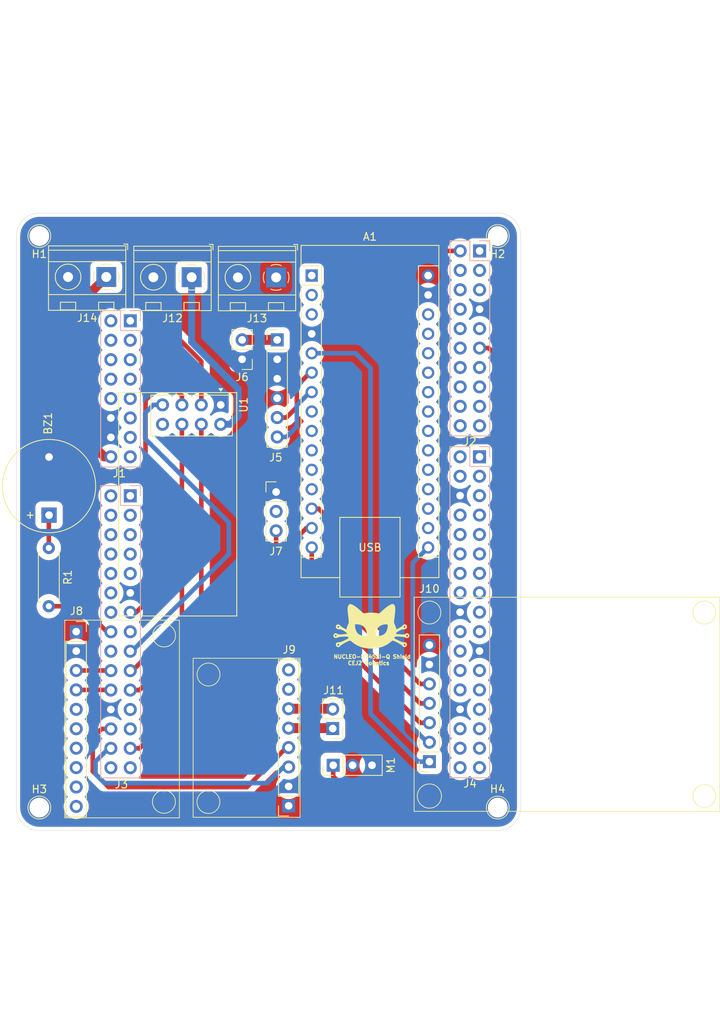
<source format=kicad_pcb>
(kicad_pcb (version 20240108) (generator "pcbnew") (generator_version "8.0")
  (title_block (title "John Deere Tractor Navigation System") (date "2024-12-26") (company "ITESM"))
  (layers (0 "F.Cu" signal) (31 "B.Cu" signal) (34 "B.Paste" user) (35 "F.Paste" user) (36 "B.SilkS" user "B.Silkscreen") (37 "F.SilkS" user "F.Silkscreen") (38 "B.Mask" user) (39 "F.Mask" user) (44 "Edge.Cuts" user))
  (net 0 "")
  (net 1 "NUCLEO_FDCAN_RX")
  (net 2 "ARDUINO_NANO_SPI_CS")
  (net 6 "NUCLEO_FDCAN_TX")
  (net 8 "ARDUINO_NANO_SPI_SCK")
  (net 12 "NUCLEO_NRF_SPI5_SCK")
  (net 13 "NUCLEO_IMU_I2C4_SCL")
  (net 14 "NUCLEO_NRF_SPI5_MOSI")
  (net 15 "ARDUINO_NANO_SPI_MOSI")
  (net 18 "ARDUINO_NANO_ENCODER_B")
  (net 19 "NUCLEO_ESC_TIM14_CH1")
  (net 20 "ARDUINO_NANO_SPI_INT")
  (net 21 "NUCLEO_NRF_SPI5_MISO")
  (net 26 "NUCLEO_IMU_I2C4_SDA")
  (net 34 "ARDUINO_NANO_ENCODER_A")
  (net 35 "ARDUINO_NANO_SPI_MISO")
  (net 36 "Net-(BZ1-+)")
  (net 46 "NUCLEO_BUZZER_TIM1_CH1")
  (net 52 "7.4V")
  (net 57 "GND")
  (net 64 "5V")
  (net 67 "NUCLEO_SERVO_TIM13_CH1")
  (net 68 "3.3V")
  (net 72 "MOTOR_VCC")
  (net 106 "NUCLEO_NRF_CSN")
  (net 107 "NUCLEO_NRF_CE")
  (net 133 "CAN_H")
  (net 134 "CAN_L")
  (footprint "FOOTPRINTS:catlogo" (layer "F.Cu") (at 152.74 107.56)
    (property "Reference" "G***" (hide yes))
    (property "Value" "LOGO" (hide yes))
  )
  (footprint "Connector_PinHeader_2.54mm:PinHeader_1x03_P2.54mm_Vertical" (layer "F.Cu") (at 147.74 125.72 90)
    (property "Reference" "M1" (at 0 7.54 90) (layer "F.SilkS"))
    (property "Value" "SERVO")
    (pad "1" thru_hole rect (at 0 0 90) (size 1.7 1.7) (drill 1) (layers "*.Cu" "*.Mask") (net 67 "NUCLEO_SERVO_TIM13_CH1"))
    (pad "2" thru_hole oval (at 0 2.54 90) (size 1.7 1.7) (drill 1) (layers "*.Cu" "*.Mask") (net 64 "5V"))
    (pad "3" thru_hole oval (at 0 5.08 90) (size 1.7 1.7) (drill 1) (layers "*.Cu" "*.Mask") (net 57 "GND"))
  )
  (footprint "MountingHole:MountingHole_2.1mm" (layer "F.Cu") (at 169.28 131.26)
    (property "Reference" "H4" (at -0.02 -2.43 0) (layer "F.SilkS"))
    (property "Value" "MountingHole")
    (pad "" np_thru_hole circle (at 0 0) (size 2.1 2.1) (drill 2.1) (layers "*.Cu" "*.Mask"))
  )
  (footprint "Connector_PinHeader_2.54mm:PinHeader_1x02_P2.54mm_Vertical" (layer "F.Cu") (at 135.82 72.64 180)
    (property "Reference" "J6" (at 0 -2.33 0) (layer "F.SilkS"))
    (property "Value" "ESC_MOTOR")
    (pad "1" thru_hole rect (at 0 0 180) (size 1.7 1.7) (drill 1) (layers "*.Cu" "*.Mask") (net 57 "GND"))
    (pad "2" thru_hole oval (at 0 2.54 180) (size 1.7 1.7) (drill 1) (layers "*.Cu" "*.Mask") (net 72 "MOTOR_VCC"))
  )
  (footprint "MountingHole:MountingHole_2.1mm" (layer "F.Cu") (at 109.28 56.52)
    (property "Reference" "H1" (at 0 2.36 0) (layer "F.SilkS"))
    (property "Value" "MountingHole")
    (pad "" np_thru_hole circle (at 0 0) (size 2.1 2.1) (drill 2.1) (layers "*.Cu" "*.Mask"))
  )
  (footprint "Connector_PinHeader_2.54mm:PinHeader_1x06_P2.54mm_Vertical" (layer "F.Cu") (at 140.41 70.1)
    (property "Reference" "J5" (at -0.18 15.38 0) (layer "F.SilkS"))
    (property "Value" "DC_MOTOR")
    (pad "1" thru_hole rect (at 0 0) (size 1.7 1.7) (drill 1) (layers "*.Cu" "*.Mask") (net 72 "MOTOR_VCC"))
    (pad "2" thru_hole oval (at 0 2.54) (size 1.7 1.7) (drill 1) (layers "*.Cu" "*.Mask") (net 57 "GND"))
    (pad "3" thru_hole oval (at 0 5.08) (size 1.7 1.7) (drill 1) (layers "*.Cu" "*.Mask") (net 57 "GND"))
    (pad "4" thru_hole oval (at 0 7.62) (size 1.7 1.7) (drill 1) (layers "*.Cu" "*.Mask") (net 64 "5V"))
    (pad "5" thru_hole oval (at 0 10.16) (size 1.7 1.7) (drill 1) (layers "*.Cu" "*.Mask") (net 34 "ARDUINO_NANO_ENCODER_A"))
    (pad "6" thru_hole oval (at 0 12.7) (size 1.7 1.7) (drill 1) (layers "*.Cu" "*.Mask") (net 18 "ARDUINO_NANO_ENCODER_B"))
  )
  (footprint "Connector_PinSocket_2.54mm:PinSocket_1x07_P2.54mm_Vertical" (layer "F.Cu") (at 160.33 125.25 180)
    (property "Reference" "J10" (at 0 22.6 0) (layer "F.SilkS"))
    (property "Value" "MCP2515_SPI")
    (pad "1" thru_hole rect (at 0 0 180) (size 1.7 1.7) (drill 1) (layers "*.Cu" "*.Mask") (net 20 "ARDUINO_NANO_SPI_INT"))
    (pad "2" thru_hole oval (at 0 2.54 180) (size 1.7 1.7) (drill 1) (layers "*.Cu" "*.Mask") (net 8 "ARDUINO_NANO_SPI_SCK"))
    (pad "3" thru_hole oval (at 0 5.08 180) (size 1.7 1.7) (drill 1) (layers "*.Cu" "*.Mask") (net 15 "ARDUINO_NANO_SPI_MOSI"))
    (pad "4" thru_hole oval (at 0 7.62 180) (size 1.7 1.7) (drill 1) (layers "*.Cu" "*.Mask") (net 35 "ARDUINO_NANO_SPI_MISO"))
    (pad "5" thru_hole oval (at 0 10.16 180) (size 1.7 1.7) (drill 1) (layers "*.Cu" "*.Mask") (net 2 "ARDUINO_NANO_SPI_CS"))
    (pad "6" thru_hole oval (at 0 12.7 180) (size 1.7 1.7) (drill 1) (layers "*.Cu" "*.Mask") (net 57 "GND"))
    (pad "7" thru_hole oval (at 0 15.24 180) (size 1.7 1.7) (drill 1) (layers "*.Cu" "*.Mask") (net 64 "5V"))
  )
  (footprint "MountingHole:MountingHole_2.1mm" (layer "F.Cu") (at 169.28 56.52)
    (property "Reference" "H2" (at -0.03 2.36 0) (layer "F.SilkS"))
    (property "Value" "MountingHole")
    (pad "" np_thru_hole circle (at 0 0) (size 2.1 2.1) (drill 2.1) (layers "*.Cu" "*.Mask"))
  )
  (footprint "MountingHole:MountingHole_2.1mm" (layer "F.Cu") (at 109.28 131.26)
    (property "Reference" "H3" (at 0 -2.4 0) (layer "F.SilkS"))
    (property "Value" "MountingHole")
    (pad "" np_thru_hole circle (at 0 0) (size 2.1 2.1) (drill 2.1) (layers "*.Cu" "*.Mask"))
  )
  (footprint "TerminalBlock_MetzConnect:TerminalBlock_MetzConnect_Type094_RT03502HBLU_1x02_P5.00mm_Horizontal" (layer "F.Cu") (at 118.04 61.875 180)
    (property "Reference" "J14" (at 2.5 -5.36 0) (layer "F.SilkS"))
    (property "Value" "7.4V")
    (pad "1" thru_hole rect (at 0 0 180) (size 2.6 2.6) (drill 1.3) (layers "*.Cu" "*.Mask") (net 52 "7.4V"))
    (pad "2" thru_hole circle (at 5 0 180) (size 2.6 2.6) (drill 1.3) (layers "*.Cu" "*.Mask") (net 57 "GND"))
  )
  (footprint "Resistor_THT:R_Axial_DIN0207_L6.3mm_D2.5mm_P7.62mm_Horizontal" (layer "F.Cu") (at 110.52 104.93 90)
    (property "Reference" "R1" (at 3.78 2.48 90) (layer "F.SilkS"))
    (property "Value" "330")
    (pad "1" thru_hole circle (at 0 0 90) (size 1.6 1.6) (drill 0.8) (layers "*.Cu" "*.Mask") (net 46 "NUCLEO_BUZZER_TIM1_CH1"))
    (pad "2" thru_hole oval (at 7.62 0 90) (size 1.6 1.6) (drill 0.8) (layers "*.Cu" "*.Mask") (net 36 "Net-(BZ1-+)"))
  )
  (footprint "TerminalBlock_MetzConnect:TerminalBlock_MetzConnect_Type094_RT03502HBLU_1x02_P5.00mm_Horizontal" (layer "F.Cu") (at 140.27 61.93 180)
    (property "Reference" "J13" (at 2.5 -5.36 0) (layer "F.SilkS"))
    (property "Value" "LM2596_5V")
    (pad "1" thru_hole rect (at 0 0 180) (size 2.6 2.6) (drill 1.3) (layers "*.Cu" "*.Mask") (net 64 "5V"))
    (pad "2" thru_hole circle (at 5 0 180) (size 2.6 2.6) (drill 1.3) (layers "*.Cu" "*.Mask") (net 57 "GND"))
  )
  (footprint "Module:Arduino_Nano" (layer "F.Cu") (at 144.93 61.69)
    (property "Reference" "A1" (at 7.62 -5.08 0) (layer "F.SilkS"))
    (property "Value" "ARDUINO_NANO")
    (fp_text user "USB" (at 7.62 35.56 0) (layer "F.SilkS"))
    (pad "1" thru_hole rect (at 0 0) (size 1.6 1.6) (drill 1) (layers "*.Cu" "*.Mask"))
    (pad "2" thru_hole oval (at 0 2.54) (size 1.6 1.6) (drill 1) (layers "*.Cu" "*.Mask"))
    (pad "3" thru_hole oval (at 0 5.08) (size 1.6 1.6) (drill 1) (layers "*.Cu" "*.Mask"))
    (pad "4" thru_hole oval (at 0 7.62) (size 1.6 1.6) (drill 1) (layers "*.Cu" "*.Mask") (net 57 "GND"))
    (pad "5" thru_hole oval (at 0 10.16) (size 1.6 1.6) (drill 1) (layers "*.Cu" "*.Mask") (net 20 "ARDUINO_NANO_SPI_INT"))
    (pad "6" thru_hole oval (at 0 12.7) (size 1.6 1.6) (drill 1) (layers "*.Cu" "*.Mask") (net 34 "ARDUINO_NANO_ENCODER_A"))
    (pad "7" thru_hole oval (at 0 15.24) (size 1.6 1.6) (drill 1) (layers "*.Cu" "*.Mask") (net 18 "ARDUINO_NANO_ENCODER_B"))
    (pad "8" thru_hole oval (at 0 17.78) (size 1.6 1.6) (drill 1) (layers "*.Cu" "*.Mask"))
    (pad "9" thru_hole oval (at 0 20.32) (size 1.6 1.6) (drill 1) (layers "*.Cu" "*.Mask"))
    (pad "10" thru_hole oval (at 0 22.86) (size 1.6 1.6) (drill 1) (layers "*.Cu" "*.Mask"))
    (pad "11" thru_hole oval (at 0 25.4) (size 1.6 1.6) (drill 1) (layers "*.Cu" "*.Mask"))
    (pad "12" thru_hole oval (at 0 27.94) (size 1.6 1.6) (drill 1) (layers "*.Cu" "*.Mask"))
    (pad "13" thru_hole oval (at 0 30.48) (size 1.6 1.6) (drill 1) (layers "*.Cu" "*.Mask") (net 2 "ARDUINO_NANO_SPI_CS"))
    (pad "14" thru_hole oval (at 0 33.02) (size 1.6 1.6) (drill 1) (layers "*.Cu" "*.Mask") (net 15 "ARDUINO_NANO_SPI_MOSI"))
    (pad "15" thru_hole oval (at 0 35.56) (size 1.6 1.6) (drill 1) (layers "*.Cu" "*.Mask") (net 35 "ARDUINO_NANO_SPI_MISO"))
    (pad "16" thru_hole oval (at 15.24 35.56) (size 1.6 1.6) (drill 1) (layers "*.Cu" "*.Mask") (net 8 "ARDUINO_NANO_SPI_SCK"))
    (pad "17" thru_hole oval (at 15.24 33.02) (size 1.6 1.6) (drill 1) (layers "*.Cu" "*.Mask"))
    (pad "18" thru_hole oval (at 15.24 30.48) (size 1.6 1.6) (drill 1) (layers "*.Cu" "*.Mask"))
    (pad "19" thru_hole oval (at 15.24 27.94) (size 1.6 1.6) (drill 1) (layers "*.Cu" "*.Mask"))
    (pad "20" thru_hole oval (at 15.24 25.4) (size 1.6 1.6) (drill 1) (layers "*.Cu" "*.Mask"))
    (pad "21" thru_hole oval (at 15.24 22.86) (size 1.6 1.6) (drill 1) (layers "*.Cu" "*.Mask"))
    (pad "22" thru_hole oval (at 15.24 20.32) (size 1.6 1.6) (drill 1) (layers "*.Cu" "*.Mask"))
    (pad "23" thru_hole oval (at 15.24 17.78) (size 1.6 1.6) (drill 1) (layers "*.Cu" "*.Mask"))
    (pad "24" thru_hole oval (at 15.24 15.24) (size 1.6 1.6) (drill 1) (layers "*.Cu" "*.Mask"))
    (pad "25" thru_hole oval (at 15.24 12.7) (size 1.6 1.6) (drill 1) (layers "*.Cu" "*.Mask"))
    (pad "26" thru_hole oval (at 15.24 10.16) (size 1.6 1.6) (drill 1) (layers "*.Cu" "*.Mask"))
    (pad "27" thru_hole oval (at 15.24 7.62) (size 1.6 1.6) (drill 1) (layers "*.Cu" "*.Mask"))
    (pad "28" thru_hole oval (at 15.24 5.08) (size 1.6 1.6) (drill 1) (layers "*.Cu" "*.Mask"))
    (pad "29" thru_hole oval (at 15.24 2.54) (size 1.6 1.6) (drill 1) (layers "*.Cu" "*.Mask") (net 57 "GND"))
    (pad "30" thru_hole oval (at 15.24 0) (size 1.6 1.6) (drill 1) (layers "*.Cu" "*.Mask") (net 64 "5V"))
  )
  (footprint "RF_Module:nRF24L01_Breakout" (layer "F.Cu") (at 133.02 78.6 -90)
    (property "Reference" "U1" (at 0 -3 90) (layer "F.SilkS"))
    (property "Value" "NRF24L01")
    (pad "1" thru_hole rect (at 0 0 270) (size 1.7 1.7) (drill 1) (layers "*.Cu" "*.Mask") (net 57 "GND"))
    (pad "2" thru_hole circle (at 2.54 0 270) (size 1.7 1.7) (drill 1) (layers "*.Cu" "*.Mask") (net 68 "3.3V"))
    (pad "3" thru_hole circle (at 0 2.54 270) (size 1.7 1.7) (drill 1) (layers "*.Cu" "*.Mask") (net 107 "NUCLEO_NRF_CE"))
    (pad "4" thru_hole circle (at 2.54 2.54 270) (size 1.7 1.7) (drill 1) (layers "*.Cu" "*.Mask") (net 106 "NUCLEO_NRF_CSN"))
    (pad "5" thru_hole circle (at 0 5.08 270) (size 1.7 1.7) (drill 1) (layers "*.Cu" "*.Mask") (net 12 "NUCLEO_NRF_SPI5_SCK"))
    (pad "6" thru_hole circle (at 2.54 5.08 270) (size 1.7 1.7) (drill 1) (layers "*.Cu" "*.Mask") (net 14 "NUCLEO_NRF_SPI5_MOSI"))
    (pad "7" thru_hole circle (at 0 7.62 270) (size 1.7 1.7) (drill 1) (layers "*.Cu" "*.Mask") (net 21 "NUCLEO_NRF_SPI5_MISO"))
    (pad "8" thru_hole circle (at 2.54 7.62 270) (size 1.7 1.7) (drill 1) (layers "*.Cu" "*.Mask"))
  )
  (footprint "Connector_PinHeader_2.54mm:PinHeader_1x03_P2.54mm_Vertical" (layer "F.Cu") (at 140.27 89.99)
    (property "Reference" "J7" (at -0.01 7.76 0) (layer "F.SilkS"))
    (property "Value" "ESC_PWM")
    (pad "1" thru_hole rect (at 0 0) (size 1.7 1.7) (drill 1) (layers "*.Cu" "*.Mask") (net 57 "GND"))
    (pad "2" thru_hole oval (at 0 2.54) (size 1.7 1.7) (drill 1) (layers "*.Cu" "*.Mask"))
    (pad "3" thru_hole oval (at 0 5.08) (size 1.7 1.7) (drill 1) (layers "*.Cu" "*.Mask") (net 19 "NUCLEO_ESC_TIM14_CH1"))
  )
  (footprint "Connector_PinHeader_2.54mm:PinHeader_1x02_P2.54mm_Vertical" (layer "F.Cu") (at 147.68 120.92 180)
    (property "Reference" "J11" (at -0.11 4.995 0) (layer "F.SilkS"))
    (property "Value" "MCP2515_CAN")
    (pad "1" thru_hole rect (at 0 0 180) (size 1.7 1.7) (drill 1) (layers "*.Cu" "*.Mask") (net 133 "CAN_H"))
    (pad "2" thru_hole oval (at 0 2.54 180) (size 1.7 1.7) (drill 1) (layers "*.Cu" "*.Mask") (net 134 "CAN_L"))
  )
  (footprint "TerminalBlock_MetzConnect:TerminalBlock_MetzConnect_Type094_RT03502HBLU_1x02_P5.00mm_Horizontal" (layer "F.Cu") (at 129.21 61.91 180)
    (property "Reference" "J12" (at 2.5 -5.36 0) (layer "F.SilkS"))
    (property "Value" "LM2596_3.3V")
    (pad "1" thru_hole rect (at 0 0 180) (size 2.6 2.6) (drill 1.3) (layers "*.Cu" "*.Mask") (net 68 "3.3V"))
    (pad "2" thru_hole circle (at 5 0 180) (size 2.6 2.6) (drill 1.3) (layers "*.Cu" "*.Mask") (net 57 "GND"))
  )
  (footprint "Connector_PinSocket_2.54mm:PinSocket_1x08_P2.54mm_Vertical" (layer "F.Cu") (at 141.91 131.03 180)
    (property "Reference" "J9" (at -0.07 20.41 0) (layer "F.SilkS"))
    (property "Value" "TJA1051")
    (pad "1" thru_hole rect (at 0 0 180) (size 1.7 1.7) (drill 1) (layers "*.Cu" "*.Mask") (net 64 "5V"))
    (pad "2" thru_hole oval (at 0 2.54 180) (size 1.7 1.7) (drill 1) (layers "*.Cu" "*.Mask") (net 57 "GND"))
    (pad "3" thru_hole oval (at 0 5.08 180) (size 1.7 1.7) (drill 1) (layers "*.Cu" "*.Mask") (net 6 "NUCLEO_FDCAN_TX"))
    (pad "4" thru_hole oval (at 0 7.62 180) (size 1.7 1.7) (drill 1) (layers "*.Cu" "*.Mask") (net 1 "NUCLEO_FDCAN_RX"))
    (pad "5" thru_hole oval (at 0 10.16 180) (size 1.7 1.7) (drill 1) (layers "*.Cu" "*.Mask") (net 133 "CAN_H"))
    (pad "6" thru_hole oval (at 0 12.7 180) (size 1.7 1.7) (drill 1) (layers "*.Cu" "*.Mask") (net 134 "CAN_L"))
    (pad "7" thru_hole oval (at 0 15.24 180) (size 1.7 1.7) (drill 1) (layers "*.Cu" "*.Mask"))
    (pad "8" thru_hole oval (at 0 17.78 180) (size 1.7 1.7) (drill 1) (layers "*.Cu" "*.Mask"))
  )
  (footprint "Connector_PinSocket_2.54mm:PinSocket_1x10_P2.54mm_Vertical" (layer "F.Cu") (at 114.1075 108.25)
    (property "Reference" "J8" (at 0.0325 -2.69 0) (layer "F.SilkS"))
    (property "Value" "MPU6050")
    (pad "1" thru_hole rect (at 0 0) (size 1.7 1.7) (drill 1) (layers "*.Cu" "*.Mask") (net 64 "5V"))
    (pad "2" thru_hole oval (at 0 2.54) (size 1.7 1.7) (drill 1) (layers "*.Cu" "*.Mask") (net 57 "GND"))
    (pad "3" thru_hole oval (at 0 5.08) (size 1.7 1.7) (drill 1) (layers "*.Cu" "*.Mask") (net 13 "NUCLEO_IMU_I2C4_SCL"))
    (pad "4" thru_hole oval (at 0 7.62) (size 1.7 1.7) (drill 1) (layers "*.Cu" "*.Mask") (net 26 "NUCLEO_IMU_I2C4_SDA"))
    (pad "5" thru_hole oval (at 0 10.16) (size 1.7 1.7) (drill 1) (layers "*.Cu" "*.Mask"))
    (pad "6" thru_hole oval (at 0 12.7) (size 1.7 1.7) (drill 1) (layers "*.Cu" "*.Mask"))
    (pad "7" thru_hole oval (at 0 15.24) (size 1.7 1.7) (drill 1) (layers "*.Cu" "*.Mask"))
    (pad "8" thru_hole oval (at 0 17.78) (size 1.7 1.7) (drill 1) (layers "*.Cu" "*.Mask"))
    (pad "9" thru_hole oval (at 0 20.32) (size 1.7 1.7) (drill 1) (layers "*.Cu" "*.Mask"))
    (pad "10" thru_hole oval (at 0 22.86) (size 1.7 1.7) (drill 1) (layers "*.Cu" "*.Mask"))
  )
  (footprint "Buzzer_Beeper:Buzzer_12x9.5RM7.6" (layer "F.Cu") (at 110.55 93.02 90)
    (property "Reference" "BZ1" (at 11.99 -0.13 90) (layer "F.SilkS"))
    (property "Value" "Buzzer")
    (fp_text user "+" (at -0.01 -2.54 90) (layer "F.SilkS"))
    (pad "1" thru_hole rect (at 0 0 90) (size 2 2) (drill 1) (layers "*.Cu" "*.Mask") (net 36 "Net-(BZ1-+)"))
    (pad "2" thru_hole circle (at 7.6 0 90) (size 2 2) (drill 1) (layers "*.Cu" "*.Mask") (net 57 "GND"))
  )
  (footprint "Connector_PinHeader_2.54mm:PinHeader_2x15_P2.54mm_Vertical" (layer "B.Cu") (at 121.18 90.49 180)
    (property "Reference" "J3" (at 1.16 -37.73 0) (layer "F.SilkS"))
    (property "Value" "CN9")
    (pad "GND" thru_hole oval (at 0 -12.7 180) (size 1.7 1.7) (drill 1) (layers "*.Cu" "*.Mask") (net 57 "GND"))
    (pad "GND" thru_hole oval (at 2.54 -27.94 180) (size 1.7 1.7) (drill 1) (layers "*.Cu" "*.Mask") (net 57 "GND"))
    (pad "PA3" thru_hole oval (at 2.54 0 180) (size 1.7 1.7) (drill 1) (layers "*.Cu" "*.Mask"))
    (pad "PB1" thru_hole oval (at 2.54 -7.62 180) (size 1.7 1.7) (drill 1) (layers "*.Cu" "*.Mask"))
    (pad "PB2" thru_hole oval (at 2.54 -15.24 180) (size 1.7 1.7) (drill 1) (layers "*.Cu" "*.Mask"))
    (pad "PB5" thru_hole oval (at 2.54 -20.32 180) (size 1.7 1.7) (drill 1) (layers "*.Cu" "*.Mask"))
    (pad "PB14" thru_hole oval (at 2.54 -35.56 180) (size 1.7 1.7) (drill 1) (layers "*.Cu" "*.Mask"))
    (pad "PC0" thru_hole oval (at 2.54 -2.54 180) (size 1.7 1.7) (drill 1) (layers "*.Cu" "*.Mask"))
    (pad "PC2" thru_hole oval (at 2.54 -10.16 180) (size 1.7 1.7) (drill 1) (layers "*.Cu" "*.Mask"))
    (pad "PC3" thru_hole oval (at 2.54 -5.08 180) (size 1.7 1.7) (drill 1) (layers "*.Cu" "*.Mask"))
    (pad "PD0" thru_hole oval (at 2.54 -30.48 180) (size 1.7 1.7) (drill 1) (layers "*.Cu" "*.Mask") (net 1 "NUCLEO_FDCAN_RX"))
    (pad "PD1" thru_hole oval (at 2.54 -33.02 180) (size 1.7 1.7) (drill 1) (layers "*.Cu" "*.Mask") (net 6 "NUCLEO_FDCAN_TX"))
    (pad "PD3" thru_hole oval (at 0 -10.16 180) (size 1.7 1.7) (drill 1) (layers "*.Cu" "*.Mask"))
    (pad "PD4" thru_hole oval (at 0 -7.62 180) (size 1.7 1.7) (drill 1) (layers "*.Cu" "*.Mask"))
    (pad "PD5" thru_hole oval (at 0 -5.08 180) (size 1.7 1.7) (drill 1) (layers "*.Cu" "*.Mask"))
    (pad "PD6" thru_hole oval (at 0 -2.54 180) (size 1.7 1.7) (drill 1) (layers "*.Cu" "*.Mask"))
    (pad "PD7" thru_hole rect (at 0 0 180) (size 1.7 1.7) (drill 1) (layers "*.Cu" "*.Mask"))
    (pad "PD10" thru_hole oval (at 0 -35.56 180) (size 1.7 1.7) (drill 1) (layers "*.Cu" "*.Mask"))
    (pad "PE2" thru_hole oval (at 0 -15.24 180) (size 1.7 1.7) (drill 1) (layers "*.Cu" "*.Mask") (net 12 "NUCLEO_NRF_SPI5_SCK"))
    (pad "PE3" thru_hole oval (at 0 -25.4 180) (size 1.7 1.7) (drill 1) (layers "*.Cu" "*.Mask") (net 106 "NUCLEO_NRF_CSN"))
    (pad "PE4" thru_hole oval (at 0 -17.78 180) (size 1.7 1.7) (drill 1) (layers "*.Cu" "*.Mask"))
    (pad "PE5" thru_hole oval (at 0 -20.32 180) (size 1.7 1.7) (drill 1) (layers "*.Cu" "*.Mask") (net 21 "NUCLEO_NRF_SPI5_MISO"))
    (pad "PE6" thru_hole oval (at 0 -22.86 180) (size 1.7 1.7) (drill 1) (layers "*.Cu" "*.Mask") (net 14 "NUCLEO_NRF_SPI5_MOSI"))
    (pad "PE9" thru_hole oval (at 2.54 -17.78 180) (size 1.7 1.7) (drill 1) (layers "*.Cu" "*.Mask") (net 46 "NUCLEO_BUZZER_TIM1_CH1"))
    (pad "PF7" thru_hole oval (at 0 -30.48 180) (size 1.7 1.7) (drill 1) (layers "*.Cu" "*.Mask"))
    (pad "PF8" thru_hole oval (at 0 -27.94 180) (size 1.7 1.7) (drill 1) (layers "*.Cu" "*.Mask"))
    (pad "PF9" thru_hole oval (at 0 -33.02 180) (size 1.7 1.7) (drill 1) (layers "*.Cu" "*.Mask") (net 19 "NUCLEO_ESC_TIM14_CH1"))
    (pad "PF11" thru_hole oval (at 2.54 -12.7 180) (size 1.7 1.7) (drill 1) (layers "*.Cu" "*.Mask"))
    (pad "PF14" thru_hole oval (at 2.54 -22.86 180) (size 1.7 1.7) (drill 1) (layers "*.Cu" "*.Mask") (net 13 "NUCLEO_IMU_I2C4_SCL"))
    (pad "PF15" thru_hole oval (at 2.54 -25.4 180) (size 1.7 1.7) (drill 1) (layers "*.Cu" "*.Mask") (net 26 "NUCLEO_IMU_I2C4_SDA"))
  )
  (footprint "Connector_PinHeader_2.54mm:PinHeader_2x10_P2.54mm_Vertical" (layer "B.Cu") (at 166.9 58.47 180)
    (property "Reference" "J2" (at 1.27 -24.95 0) (layer "F.SilkS"))
    (property "Value" "CN7")
    (pad "GND" thru_hole oval (at 0 -7.62 180) (size 1.7 1.7) (drill 1) (layers "*.Cu" "*.Mask") (net 57 "GND"))
    (pad "PA4" thru_hole oval (at 2.54 -20.32 180) (size 1.7 1.7) (drill 1) (layers "*.Cu" "*.Mask"))
    (pad "PA5" thru_hole oval (at 0 -10.16 180) (size 1.7 1.7) (drill 1) (layers "*.Cu" "*.Mask"))
    (pad "PA6" thru_hole oval (at 0 -12.7 180) (size 1.7 1.7) (drill 1) (layers "*.Cu" "*.Mask") (net 67 "NUCLEO_SERVO_TIM13_CH1"))
    (pad "PA15" thru_hole oval (at 2.54 -10.16 180) (size 1.7 1.7) (drill 1) (layers "*.Cu" "*.Mask"))
    (pad "PB3" thru_hole oval (at 2.54 -17.78 180) (size 1.7 1.7) (drill 1) (layers "*.Cu" "*.Mask"))
    (pad "PB4" thru_hole oval (at 2.54 -22.86 180) (size 1.7 1.7) (drill 1) (layers "*.Cu" "*.Mask"))
    (pad "PB5" thru_hole oval (at 0 -15.24 180) (size 1.7 1.7) (drill 1) (layers "*.Cu" "*.Mask"))
    (pad "PB5" thru_hole oval (at 2.54 -15.24 180) (size 1.7 1.7) (drill 1) (layers "*.Cu" "*.Mask"))
    (pad "PB8" thru_hole rect (at 0 0 180) (size 1.7 1.7) (drill 1) (layers "*.Cu" "*.Mask"))
    (pad "PB9" thru_hole oval (at 0 -2.54 180) (size 1.7 1.7) (drill 1) (layers "*.Cu" "*.Mask"))
    (pad "PB12" thru_hole oval (at 2.54 -7.62 180) (size 1.7 1.7) (drill 1) (layers "*.Cu" "*.Mask"))
    (pad "PB13" thru_hole oval (at 2.54 -5.08 180) (size 1.7 1.7) (drill 1) (layers "*.Cu" "*.Mask"))
    (pad "PB15" thru_hole oval (at 2.54 -2.54 180) (size 1.7 1.7) (drill 1) (layers "*.Cu" "*.Mask"))
    (pad "PC6" thru_hole oval (at 2.54 0 180) (size 1.7 1.7) (drill 1) (layers "*.Cu" "*.Mask") (net 107 "NUCLEO_NRF_CE"))
    (pad "PC7" thru_hole oval (at 2.54 -12.7 180) (size 1.7 1.7) (drill 1) (layers "*.Cu" "*.Mask"))
    (pad "PD14" thru_hole oval (at 0 -17.78 180) (size 1.7 1.7) (drill 1) (layers "*.Cu" "*.Mask"))
    (pad "PD15" thru_hole oval (at 0 -20.32 180) (size 1.7 1.7) (drill 1) (layers "*.Cu" "*.Mask"))
    (pad "PG9" thru_hole oval (at 0 -22.86 180) (size 1.7 1.7) (drill 1) (layers "*.Cu" "*.Mask"))
    (pad "VREFP" thru_hole oval (at 0 -5.08 180) (size 1.7 1.7) (drill 1) (layers "*.Cu" "*.Mask"))
  )
  (footprint "Connector_PinHeader_2.54mm:PinHeader_2x17_P2.54mm_Vertical" (layer "B.Cu") (at 166.89 85.39 180)
    (property "Reference" "J4" (at 1.23 -42.74 0) (layer "F.SilkS"))
    (property "Value" "CN10")
    (pad "AGND" thru_hole oval (at 2.54 -2.54 180) (size 1.7 1.7) (drill 1) (layers "*.Cu" "*.Mask"))
    (pad "GND" thru_hole oval (at 0 -25.4 180) (size 1.7 1.7) (drill 1) (layers "*.Cu" "*.Mask") (net 57 "GND"))
    (pad "GND" thru_hole oval (at 2.54 -33.02 180) (size 1.7 1.7) (drill 1) (layers "*.Cu" "*.Mask") (net 57 "GND"))
    (pad "GND" thru_hole oval (at 2.54 -20.32 180) (size 1.7 1.7) (drill 1) (layers "*.Cu" "*.Mask") (net 57 "GND"))
    (pad "GND" thru_hole oval (at 2.54 -5.08 180) (size 1.7 1.7) (drill 1) (layers "*.Cu" "*.Mask") (net 57 "GND"))
    (pad "PA0" thru_hole oval (at 2.54 -35.56 180) (size 1.7 1.7) (drill 1) (layers "*.Cu" "*.Mask"))
    (pad "PA2" thru_hole oval (at 2.54 -12.7 180) (size 1.7 1.7) (drill 1) (layers "*.Cu" "*.Mask"))
    (pad "PA8" thru_hole oval (at 0 -2.54 180) (size 1.7 1.7) (drill 1) (layers "*.Cu" "*.Mask"))
    (pad "PB0" thru_hole oval (at 2.54 -38.1 180) (size 1.7 1.7) (drill 1) (layers "*.Cu" "*.Mask"))
    (pad "PB2" thru_hole oval (at 2.54 -17.78 180) (size 1.7 1.7) (drill 1) (layers "*.Cu" "*.Mask"))
    (pad "PB6" thru_hole oval (at 0 -15.24 180) (size 1.7 1.7) (drill 1) (layers "*.Cu" "*.Mask"))
    (pad "PB7" thru_hole oval (at 0 -17.78 180) (size 1.7 1.7) (drill 1) (layers "*.Cu" "*.Mask"))
    (pad "PB10" thru_hole oval (at 0 -38.1 180) (size 1.7 1.7) (drill 1) (layers "*.Cu" "*.Mask"))
    (pad "PB11" thru_hole oval (at 0 -40.64 180) (size 1.7 1.7) (drill 1) (layers "*.Cu" "*.Mask"))
    (pad "PD11" thru_hole oval (at 2.54 -27.94 180) (size 1.7 1.7) (drill 1) (layers "*.Cu" "*.Mask"))
    (pad "PD12" thru_hole oval (at 2.54 -25.4 180) (size 1.7 1.7) (drill 1) (layers "*.Cu" "*.Mask"))
    (pad "PD13" thru_hole oval (at 2.54 -22.86 180) (size 1.7 1.7) (drill 1) (layers "*.Cu" "*.Mask"))
    (pad "PE0" thru_hole oval (at 2.54 -40.64 180) (size 1.7 1.7) (drill 1) (layers "*.Cu" "*.Mask"))
    (pad "PE2" thru_hole oval (at 2.54 -30.48 180) (size 1.7 1.7) (drill 1) (layers "*.Cu" "*.Mask"))
    (pad "PE6" thru_hole oval (at 0 -33.02 180) (size 1.7 1.7) (drill 1) (layers "*.Cu" "*.Mask"))
    (pad "PE7" thru_hole oval (at 0 -22.86 180) (size 1.7 1.7) (drill 1) (layers "*.Cu" "*.Mask"))
    (pad "PE8" thru_hole oval (at 0 -20.32 180) (size 1.7 1.7) (drill 1) (layers "*.Cu" "*.Mask"))
    (pad "PE10" thru_hole oval (at 0 -27.94 180) (size 1.7 1.7) (drill 1) (layers "*.Cu" "*.Mask"))
    (pad "PE11" thru_hole oval (at 0 -5.08 180) (size 1.7 1.7) (drill 1) (layers "*.Cu" "*.Mask"))
    (pad "PE12" thru_hole oval (at 0 -30.48 180) (size 1.7 1.7) (drill 1) (layers "*.Cu" "*.Mask"))
    (pad "PE13" thru_hole oval (at 0 -10.16 180) (size 1.7 1.7) (drill 1) (layers "*.Cu" "*.Mask"))
    (pad "PE14" thru_hole oval (at 0 -7.62 180) (size 1.7 1.7) (drill 1) (layers "*.Cu" "*.Mask"))
    (pad "PE15" thru_hole oval (at 0 -35.56 180) (size 1.7 1.7) (drill 1) (layers "*.Cu" "*.Mask"))
    (pad "PF6" thru_hole oval (at 2.54 -7.62 180) (size 1.7 1.7) (drill 1) (layers "*.Cu" "*.Mask"))
    (pad "PF10" thru_hole oval (at 2.54 -10.16 180) (size 1.7 1.7) (drill 1) (layers "*.Cu" "*.Mask"))
    (pad "PG6" thru_hole oval (at 2.54 -15.24 180) (size 1.7 1.7) (drill 1) (layers "*.Cu" "*.Mask"))
    (pad "PG12" thru_hole rect (at 0 0 180) (size 1.7 1.7) (drill 1) (layers "*.Cu" "*.Mask"))
    (pad "PG14" thru_hole oval (at 0 -12.7 180) (size 1.7 1.7) (drill 1) (layers "*.Cu" "*.Mask"))
    (pad "VDDA" thru_hole oval (at 2.54 0 180) (size 1.7 1.7) (drill 1) (layers "*.Cu" "*.Mask"))
  )
  (footprint "Connector_PinHeader_2.54mm:PinHeader_2x08_P2.54mm_Vertical" (layer "B.Cu") (at 121.18 67.61 180)
    (property "Reference" "J1" (at 1.43 -19.95 0) (layer "F.SilkS"))
    (property "Value" "CN8")
    (pad "3V3" thru_hole oval (at 2.54 -7.62 180) (size 1.7 1.7) (drill 1) (layers "*.Cu" "*.Mask"))
    (pad "5V" thru_hole oval (at 2.54 -10.16 180) (size 1.7 1.7) (drill 1) (layers "*.Cu" "*.Mask"))
    (pad "GND" thru_hole oval (at 2.54 -15.24 180) (size 1.7 1.7) (drill 1) (layers "*.Cu" "*.Mask") (net 57 "GND"))
    (pad "GND" thru_hole oval (at 2.54 -12.7 180) (size 1.7 1.7) (drill 1) (layers "*.Cu" "*.Mask") (net 57 "GND"))
    (pad "IOREF" thru_hole oval (at 2.54 -2.54 180) (size 1.7 1.7) (drill 1) (layers "*.Cu" "*.Mask"))
    (pad "NC" thru_hole oval (at 2.54 0 180) (size 1.7 1.7) (drill 1) (layers "*.Cu" "*.Mask"))
    (pad "NRST" thru_hole oval (at 2.54 -5.08 180) (size 1.7 1.7) (drill 1) (layers "*.Cu" "*.Mask"))
    (pad "PC8" thru_hole rect (at 0 0 180) (size 1.7 1.7) (drill 1) (layers "*.Cu" "*.Mask"))
    (pad "PC9" thru_hole oval (at 0 -2.54 180) (size 1.7 1.7) (drill 1) (layers "*.Cu" "*.Mask"))
    (pad "PC10" thru_hole oval (at 0 -5.08 180) (size 1.7 1.7) (drill 1) (layers "*.Cu" "*.Mask"))
    (pad "PC11" thru_hole oval (at 0 -7.62 180) (size 1.7 1.7) (drill 1) (layers "*.Cu" "*.Mask"))
    (pad "PC12" thru_hole oval (at 0 -10.16 180) (size 1.7 1.7) (drill 1) (layers "*.Cu" "*.Mask"))
    (pad "PD2" thru_hole oval (at 0 -12.7 180) (size 1.7 1.7) (drill 1) (layers "*.Cu" "*.Mask"))
    (pad "PG8" thru_hole oval (at 0 -17.78 180) (size 1.7 1.7) (drill 1) (layers "*.Cu" "*.Mask"))
    (pad "PG10" thru_hole oval (at 0 -15.24 180) (size 1.7 1.7) (drill 1) (layers "*.Cu" "*.Mask"))
    (pad "VIN" thru_hole oval (at 2.54 -17.78 180) (size 1.7 1.7) (drill 1) (layers "*.Cu" "*.Mask") (net 52 "7.4V"))
  )
  (gr_arc (start 169.28 53.52) (mid 171.40132 54.39868) (end 172.28 56.52) (stroke (width 0.05)) (layer "Edge.Cuts"))
  (gr_arc (start 106.28 56.52) (mid 107.15868 54.39868) (end 109.28 53.52) (stroke (width 0.05)) (layer "Edge.Cuts"))
  (gr_line (start 172.28 56.52) (end 172.28 131.26) (stroke (width 0.05)) (layer "Edge.Cuts"))
  (gr_line (start 109.28 53.52) (end 169.28 53.52) (stroke (width 0.05)) (layer "Edge.Cuts"))
  (gr_arc (start 109.28 134.26) (mid 107.15868 133.38132) (end 106.28 131.26) (stroke (width 0.05)) (layer "Edge.Cuts"))
  (gr_line (start 106.28 131.26) (end 106.28 56.52) (stroke (width 0.05)) (layer "Edge.Cuts"))
  (gr_arc (start 172.28 131.26) (mid 171.40132 133.38132) (end 169.28 134.26) (stroke (width 0.05)) (layer "Edge.Cuts"))
  (gr_line (start 169.28 134.26) (end 109.28 134.26) (stroke (width 0.05)) (layer "Edge.Cuts"))
  (gr_text "CEJ2 Robotics" (at 152.38 112.37 0) (layer "F.SilkS") (effects (font (size 0.5 0.5) (thickness 0.125) (bold yes))))
  (gr_text "NUCLEO-H745ZI-Q Shield" (at 152.84 111.53 0) (layer "F.SilkS") (effects (font (size 0.5 0.5) (thickness 0.125) (bold yes))))
  (segment (start 118.64 120.97) (end 117.437919 120.97) (width 0.6) (layer "F.Cu") (net 1))
  (segment (start 118.341572 128.58) (end 136.451572 128.58) (width 0.6) (layer "F.Cu") (net 1))
  (segment (start 116.27 122.137919) (end 116.27 126.508428) (width 0.6) (layer "F.Cu") (net 1))
  (segment (start 116.27 126.508428) (end 118.341572 128.58) (width 0.6) (layer "F.Cu") (net 1))
  (segment (start 117.437919 120.97) (end 116.27 122.137919) (width 0.6) (layer "F.Cu") (net 1))
  (segment (start 136.451572 128.58) (end 141.621572 123.41) (width 0.6) (layer "F.Cu") (net 1))
  (segment (start 146.88 93.22) (end 145.83 92.17) (width 0.6) (layer "F.Cu") (net 2))
  (segment (start 146.88 102.842081) (end 146.88 93.22) (width 0.6) (layer "F.Cu") (net 2))
  (segment (start 145.83 92.17) (end 144.93 92.17) (width 0.6) (layer "F.Cu") (net 2))
  (segment (start 160.33 115.09) (end 159.127919 115.09) (width 0.6) (layer "F.Cu") (net 2))
  (segment (start 159.127919 115.09) (end 146.88 102.842081) (width 0.6) (layer "F.Cu") (net 2))
  (segment (start 117.811572 128.05) (end 139.14 128.05) (width 0.6) (layer "B.Cu") (net 6))
  (segment (start 116.64 126.878428) (end 117.811572 128.05) (width 0.6) (layer "B.Cu") (net 6))
  (segment (start 139.14 128.05) (end 141.24 125.95) (width 0.6) (layer "B.Cu") (net 6))
  (segment (start 118.351572 123.51) (end 116.64 125.221572) (width 0.6) (layer "B.Cu") (net 6))
  (segment (start 116.64 125.221572) (end 116.64 126.878428) (width 0.6) (layer "B.Cu") (net 6))
  (segment (start 141.24 125.95) (end 141.91 125.95) (width 0.6) (layer "B.Cu") (net 6))
  (segment (start 158.16 120.828428) (end 158.16 99.26) (width 0.6) (layer "B.Cu") (net 8))
  (segment (start 158.16 99.26) (end 160.17 97.25) (width 0.6) (layer "B.Cu") (net 8))
  (segment (start 160.041572 122.71) (end 158.16 120.828428) (width 0.6) (layer "B.Cu") (net 8))
  (segment (start 121.95 105.73) (end 121.18 105.73) (width 0.6) (layer "F.Cu") (net 12))
  (segment (start 127.94 77.397919) (end 127.142081 76.6) (width 0.6) (layer "F.Cu") (net 12))
  (segment (start 123.18 77.991572) (end 123.18 104.5) (width 0.6) (layer "F.Cu") (net 12))
  (segment (start 127.94 78.6) (end 127.94 77.397919) (width 0.6) (layer "F.Cu") (net 12))
  (segment (start 123.18 104.5) (end 121.95 105.73) (width 0.6) (layer "F.Cu") (net 12))
  (segment (start 124.571572 76.6) (end 123.18 77.991572) (width 0.6) (layer "F.Cu") (net 12))
  (segment (start 127.142081 76.6) (end 124.571572 76.6) (width 0.6) (layer "F.Cu") (net 12))
  (segment (start 114.1075 113.33) (end 118.62 113.33) (width 0.6) (layer "F.Cu") (net 13))
  (segment (start 127.94 81.14) (end 127.94 106.878428) (width 0.6) (layer "F.Cu") (net 14))
  (segment (start 127.94 106.878428) (end 121.468428 113.35) (width 0.6) (layer "F.Cu") (net 14))
  (segment (start 159.127919 120.17) (end 142.98 104.022081) (width 0.6) (layer "F.Cu") (net 15))
  (segment (start 142.98 95.96) (end 144.23 94.71) (width 0.6) (layer "F.Cu") (net 15))
  (segment (start 142.98 104.022081) (end 142.98 95.96) (width 0.6) (layer "F.Cu") (net 15))
  (segment (start 144.23 94.71) (end 144.93 94.71) (width 0.6) (layer "F.Cu") (net 15))
  (segment (start 160.33 120.17) (end 159.127919 120.17) (width 0.6) (layer "F.Cu") (net 15))
  (segment (start 142.98 78.662283) (end 144.712283 76.93) (width 0.6) (layer "B.Cu") (net 18))
  (segment (start 141.612081 82.8) (end 142.98 81.432081) (width 0.6) (layer "B.Cu") (net 18))
  (segment (start 140.41 82.8) (end 141.612081 82.8) (width 0.6) (layer "B.Cu") (net 18))
  (segment (start 142.98 81.432081) (end 142.98 78.662283) (width 0.6) (layer "B.Cu") (net 18))
  (segment (start 122.382081 123.51) (end 121.18 123.51) (width 0.6) (layer "F.Cu") (net 19))
  (segment (start 140.27 105.622081) (end 122.382081 123.51) (width 0.6) (layer "F.Cu") (net 19))
  (segment (start 140.27 95.07) (end 140.27 105.622081) (width 0.6) (layer "F.Cu") (net 19))
  (segment (start 152.63 73.81) (end 150.67 71.85) (width 0.6) (layer "B.Cu") (net 20))
  (segment (start 160.33 125.25) (end 158.88 125.25) (width 0.6) (layer "B.Cu") (net 20))
  (segment (start 152.63 119) (end 152.63 73.81) (width 0.6) (layer "B.Cu") (net 20))
  (segment (start 150.67 71.85) (end 144.93 71.85) (width 0.6) (layer "B.Cu") (net 20))
  (segment (start 158.88 125.25) (end 152.63 119) (width 0.6) (layer "B.Cu") (net 20))
  (segment (start 134.08 98.127717) (end 121.397717 110.81) (width 0.6) (layer "B.Cu") (net 21))
  (segment (start 123.13 83.03) (end 134.08 93.98) (width 0.6) (layer "B.Cu") (net 21))
  (segment (start 124.197919 78.6) (end 123.13 79.667919) (width 0.6) (layer "B.Cu") (net 21))
  (segment (start 134.08 93.98) (end 134.08 98.127717) (width 0.6) (layer "B.Cu") (net 21))
  (segment (start 125.4 78.6) (end 124.197919 78.6) (width 0.6) (layer "B.Cu") (net 21))
  (segment (start 123.13 79.667919) (end 123.13 83.03) (width 0.6) (layer "B.Cu") (net 21))
  (segment (start 114.1075 115.87) (end 118.62 115.87) (width 0.6) (layer "F.Cu") (net 26))
  (segment (start 141.612081 80.26) (end 142.98 78.892081) (width 0.6) (layer "F.Cu") (net 34))
  (segment (start 142.98 76.122283) (end 144.712283 74.39) (width 0.6) (layer "F.Cu") (net 34))
  (segment (start 140.41 80.26) (end 141.612081 80.26) (width 0.6) (layer "F.Cu") (net 34))
  (segment (start 142.98 78.892081) (end 142.98 76.122283) (width 0.6) (layer "F.Cu") (net 34))
  (segment (start 159.127919 117.63) (end 160.33 117.63) (width 0.6) (layer "F.Cu") (net 35))
  (segment (start 144.93 103.432081) (end 159.127919 117.63) (width 0.6) (layer "F.Cu") (net 35))
  (segment (start 144.93 97.25) (end 144.93 103.432081) (width 0.6) (layer "F.Cu") (net 35))
  (segment (start 110.52 97.31) (end 110.52 93.05) (width 0.6) (layer "F.Cu") (net 36))
  (segment (start 118.1275 108.27) (end 114.7875 104.93) (width 0.6) (layer "F.Cu") (net 46))
  (segment (start 114.7875 104.93) (end 110.52 104.93) (width 0.6) (layer "F.Cu") (net 46))
  (segment (start 118.04 61.875) (end 116.24 63.675) (width 1.2) (layer "F.Cu") (net 52))
  (segment (start 116.24 63.675) (end 116.24 83.844113) (width 1.2) (layer "F.Cu") (net 52))
  (segment (start 116.24 83.844113) (end 117.785887 85.39) (width 1.2) (layer "F.Cu") (net 52))
  (segment (start 117.785887 85.39) (end 118.64 85.39) (width 1.2) (layer "F.Cu") (net 52))
  (segment (start 168.9 71.967919) (end 168.102081 71.17) (width 0.6) (layer "F.Cu") (net 67))
  (segment (start 147.74 125.72) (end 147.74 127.17) (width 0.6) (layer "F.Cu") (net 67))
  (segment (start 165.138428 130.61) (end 168.9 126.848428) (width 0.6) (layer "F.Cu") (net 67))
  (segment (start 147.74 127.17) (end 151.18 130.61) (width 0.6) (layer "F.Cu") (net 67))
  (segment (start 168.9 126.848428) (end 168.9 71.967919) (width 0.6) (layer "F.Cu") (net 67))
  (segment (start 151.18 130.61) (end 165.138428 130.61) (width 0.6) (layer "F.Cu") (net 67))
  (segment (start 168.102081 71.17) (end 166.9 71.17) (width 0.6) (layer "F.Cu") (net 67))
  (segment (start 129.21 61.91) (end 129.21 70.39) (width 0.9) (layer "B.Cu") (net 68))
  (segment (start 135.31 76.49) (end 135.31 80.09) (width 0.9) (layer "B.Cu") (net 68))
  (segment (start 134.26 81.14) (end 133.02 81.14) (width 0.9) (layer "B.Cu") (net 68))
  (segment (start 135.31 80.09) (end 134.26 81.14) (width 0.9) (layer "B.Cu") (net 68))
  (segment (start 129.21 70.39) (end 135.31 76.49) (width 0.9) (layer "B.Cu") (net 68))
  (segment (start 135.82 70.1) (end 140.41 70.1) (width 1.3) (layer "F.Cu") (net 72))
  (segment (start 122.382081 115.89) (end 121.18 115.89) (width 0.6) (layer "F.Cu") (net 106))
  (segment (start 130.48 81.14) (end 130.48 107.792081) (width 0.6) (layer "F.Cu") (net 106))
  (segment (start 130.48 107.792081) (end 122.382081 115.89) (width 0.6) (layer "F.Cu") (net 106))
  (segment (start 130.48 78.6) (end 130.48 72.91) (width 0.6) (layer "F.Cu") (net 107))
  (segment (start 123.77 58.47) (end 164.36 58.47) (width 0.6) (layer "F.Cu") (net 107))
  (segment (start 130.48 72.91) (end 121.76 64.19) (width 0.6) (layer "F.Cu") (net 107))
  (segment (start 121.76 64.19) (end 121.76 60.48) (width 0.6) (layer "F.Cu") (net 107))
  (segment (start 121.76 60.48) (end 123.77 58.47) (width 0.6) (layer "F.Cu") (net 107))
  (segment (start 141.91 120.87) (end 147.63 120.87) (width 1.3) (layer "F.Cu") (net 133))
  (segment (start 141.91 118.33) (end 147.63 118.33) (width 1.3) (layer "F.Cu") (net 134))
  (zone (net 64) (net_name "5V") (layer "F.Cu") (connect_pads yes (clearance 0.55)) (min_thickness 0.25) (fill yes (thermal_gap 1.2) (thermal_bridge_width 1.2))
    (polygon (pts (xy 106.18 53.37) (xy 106.3 134.34) (xy 172.48 134.21) (xy 172.3 53.44)))
  )
  (zone (net 57) (net_name "GND") (layer "B.Cu") (priority 1) (connect_pads yes (clearance 0.55)) (min_thickness 0.25) (fill yes (thermal_gap 1.2) (thermal_bridge_width 1.2))
    (polygon (pts (xy 106.23 53.46) (xy 106.31 134.34) (xy 172.48 134.21) (xy 172.31 53.36) (xy 106.23 53.45)))
  )
)
</source>
